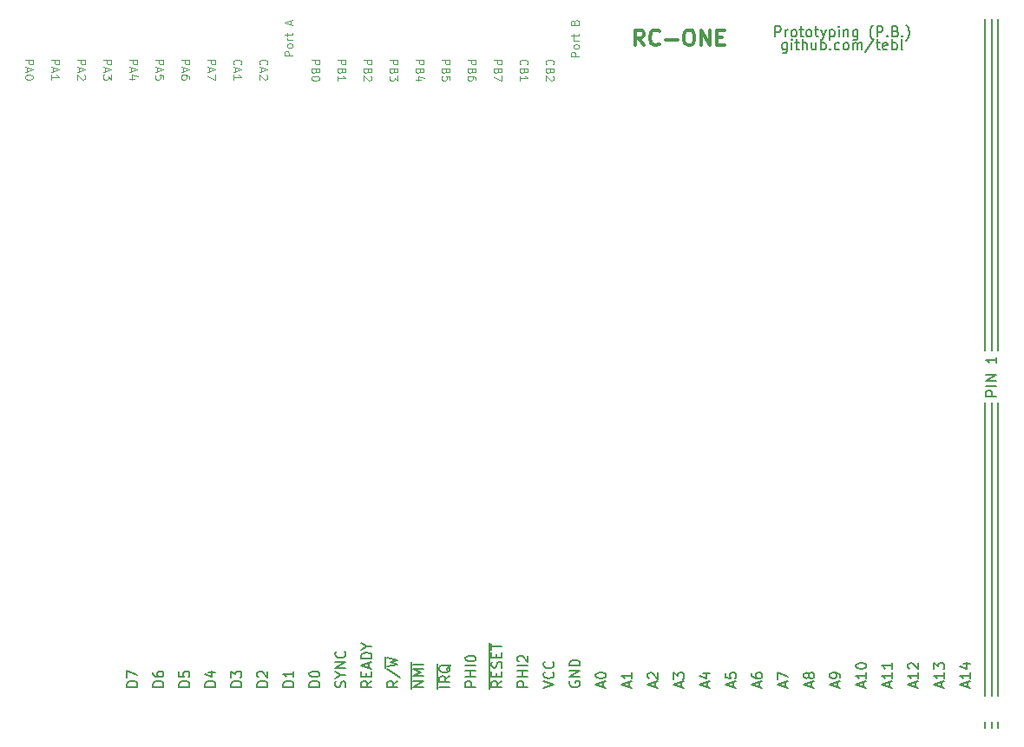
<source format=gto>
G04 #@! TF.FileFunction,Legend,Top*
%FSLAX46Y46*%
G04 Gerber Fmt 4.6, Leading zero omitted, Abs format (unit mm)*
G04 Created by KiCad (PCBNEW 4.0.7) date 12/23/19 18:48:18*
%MOMM*%
%LPD*%
G01*
G04 APERTURE LIST*
%ADD10C,0.100000*%
%ADD11C,0.150000*%
%ADD12C,0.200000*%
%ADD13C,0.300000*%
G04 APERTURE END LIST*
D10*
D11*
X195746667Y-143319524D02*
X195746667Y-142843333D01*
X196032381Y-143414762D02*
X195032381Y-143081429D01*
X196032381Y-142748095D01*
X196032381Y-141890952D02*
X196032381Y-142462381D01*
X196032381Y-142176667D02*
X195032381Y-142176667D01*
X195175238Y-142271905D01*
X195270476Y-142367143D01*
X195318095Y-142462381D01*
X195365714Y-141033809D02*
X196032381Y-141033809D01*
X194984762Y-141271905D02*
X195699048Y-141510000D01*
X195699048Y-140890952D01*
D12*
X198755000Y-110490000D02*
X198755000Y-80010000D01*
X198120000Y-80010000D02*
X198120000Y-110490000D01*
X197485000Y-110490000D02*
X197485000Y-80010000D01*
X198755000Y-146685000D02*
X198755000Y-147320000D01*
X198120000Y-146685000D02*
X198120000Y-147320000D01*
X197485000Y-146685000D02*
X197485000Y-147320000D01*
X198755000Y-115570000D02*
X198755000Y-144145000D01*
X198120000Y-144145000D02*
X198120000Y-115570000D01*
X197485000Y-115570000D02*
X197485000Y-144145000D01*
X198755000Y-80010000D02*
X198755000Y-78105000D01*
X198120000Y-80010000D02*
X198120000Y-78105000D01*
X197485000Y-80010000D02*
X197485000Y-78105000D01*
D10*
X126714286Y-82562619D02*
X126676190Y-82524524D01*
X126638095Y-82410238D01*
X126638095Y-82334048D01*
X126676190Y-82219762D01*
X126752381Y-82143571D01*
X126828571Y-82105476D01*
X126980952Y-82067381D01*
X127095238Y-82067381D01*
X127247619Y-82105476D01*
X127323810Y-82143571D01*
X127400000Y-82219762D01*
X127438095Y-82334048D01*
X127438095Y-82410238D01*
X127400000Y-82524524D01*
X127361905Y-82562619D01*
X126866667Y-82867381D02*
X126866667Y-83248333D01*
X126638095Y-82791190D02*
X127438095Y-83057857D01*
X126638095Y-83324524D01*
X127361905Y-83553095D02*
X127400000Y-83591190D01*
X127438095Y-83667381D01*
X127438095Y-83857857D01*
X127400000Y-83934047D01*
X127361905Y-83972143D01*
X127285714Y-84010238D01*
X127209524Y-84010238D01*
X127095238Y-83972143D01*
X126638095Y-83515000D01*
X126638095Y-84010238D01*
X124174286Y-82562619D02*
X124136190Y-82524524D01*
X124098095Y-82410238D01*
X124098095Y-82334048D01*
X124136190Y-82219762D01*
X124212381Y-82143571D01*
X124288571Y-82105476D01*
X124440952Y-82067381D01*
X124555238Y-82067381D01*
X124707619Y-82105476D01*
X124783810Y-82143571D01*
X124860000Y-82219762D01*
X124898095Y-82334048D01*
X124898095Y-82410238D01*
X124860000Y-82524524D01*
X124821905Y-82562619D01*
X124326667Y-82867381D02*
X124326667Y-83248333D01*
X124098095Y-82791190D02*
X124898095Y-83057857D01*
X124098095Y-83324524D01*
X124098095Y-84010238D02*
X124098095Y-83553095D01*
X124098095Y-83781666D02*
X124898095Y-83781666D01*
X124783810Y-83705476D01*
X124707619Y-83629285D01*
X124669524Y-83553095D01*
X121558095Y-82105476D02*
X122358095Y-82105476D01*
X122358095Y-82410238D01*
X122320000Y-82486429D01*
X122281905Y-82524524D01*
X122205714Y-82562619D01*
X122091429Y-82562619D01*
X122015238Y-82524524D01*
X121977143Y-82486429D01*
X121939048Y-82410238D01*
X121939048Y-82105476D01*
X121786667Y-82867381D02*
X121786667Y-83248333D01*
X121558095Y-82791190D02*
X122358095Y-83057857D01*
X121558095Y-83324524D01*
X122358095Y-83515000D02*
X122358095Y-84048333D01*
X121558095Y-83705476D01*
X119018095Y-82105476D02*
X119818095Y-82105476D01*
X119818095Y-82410238D01*
X119780000Y-82486429D01*
X119741905Y-82524524D01*
X119665714Y-82562619D01*
X119551429Y-82562619D01*
X119475238Y-82524524D01*
X119437143Y-82486429D01*
X119399048Y-82410238D01*
X119399048Y-82105476D01*
X119246667Y-82867381D02*
X119246667Y-83248333D01*
X119018095Y-82791190D02*
X119818095Y-83057857D01*
X119018095Y-83324524D01*
X119818095Y-83934047D02*
X119818095Y-83781666D01*
X119780000Y-83705476D01*
X119741905Y-83667381D01*
X119627619Y-83591190D01*
X119475238Y-83553095D01*
X119170476Y-83553095D01*
X119094286Y-83591190D01*
X119056190Y-83629285D01*
X119018095Y-83705476D01*
X119018095Y-83857857D01*
X119056190Y-83934047D01*
X119094286Y-83972143D01*
X119170476Y-84010238D01*
X119360952Y-84010238D01*
X119437143Y-83972143D01*
X119475238Y-83934047D01*
X119513333Y-83857857D01*
X119513333Y-83705476D01*
X119475238Y-83629285D01*
X119437143Y-83591190D01*
X119360952Y-83553095D01*
X116478095Y-82105476D02*
X117278095Y-82105476D01*
X117278095Y-82410238D01*
X117240000Y-82486429D01*
X117201905Y-82524524D01*
X117125714Y-82562619D01*
X117011429Y-82562619D01*
X116935238Y-82524524D01*
X116897143Y-82486429D01*
X116859048Y-82410238D01*
X116859048Y-82105476D01*
X116706667Y-82867381D02*
X116706667Y-83248333D01*
X116478095Y-82791190D02*
X117278095Y-83057857D01*
X116478095Y-83324524D01*
X117278095Y-83972143D02*
X117278095Y-83591190D01*
X116897143Y-83553095D01*
X116935238Y-83591190D01*
X116973333Y-83667381D01*
X116973333Y-83857857D01*
X116935238Y-83934047D01*
X116897143Y-83972143D01*
X116820952Y-84010238D01*
X116630476Y-84010238D01*
X116554286Y-83972143D01*
X116516190Y-83934047D01*
X116478095Y-83857857D01*
X116478095Y-83667381D01*
X116516190Y-83591190D01*
X116554286Y-83553095D01*
X113938095Y-82105476D02*
X114738095Y-82105476D01*
X114738095Y-82410238D01*
X114700000Y-82486429D01*
X114661905Y-82524524D01*
X114585714Y-82562619D01*
X114471429Y-82562619D01*
X114395238Y-82524524D01*
X114357143Y-82486429D01*
X114319048Y-82410238D01*
X114319048Y-82105476D01*
X114166667Y-82867381D02*
X114166667Y-83248333D01*
X113938095Y-82791190D02*
X114738095Y-83057857D01*
X113938095Y-83324524D01*
X114471429Y-83934047D02*
X113938095Y-83934047D01*
X114776190Y-83743571D02*
X114204762Y-83553095D01*
X114204762Y-84048333D01*
X111398095Y-82105476D02*
X112198095Y-82105476D01*
X112198095Y-82410238D01*
X112160000Y-82486429D01*
X112121905Y-82524524D01*
X112045714Y-82562619D01*
X111931429Y-82562619D01*
X111855238Y-82524524D01*
X111817143Y-82486429D01*
X111779048Y-82410238D01*
X111779048Y-82105476D01*
X111626667Y-82867381D02*
X111626667Y-83248333D01*
X111398095Y-82791190D02*
X112198095Y-83057857D01*
X111398095Y-83324524D01*
X112198095Y-83515000D02*
X112198095Y-84010238D01*
X111893333Y-83743571D01*
X111893333Y-83857857D01*
X111855238Y-83934047D01*
X111817143Y-83972143D01*
X111740952Y-84010238D01*
X111550476Y-84010238D01*
X111474286Y-83972143D01*
X111436190Y-83934047D01*
X111398095Y-83857857D01*
X111398095Y-83629285D01*
X111436190Y-83553095D01*
X111474286Y-83515000D01*
X108858095Y-82105476D02*
X109658095Y-82105476D01*
X109658095Y-82410238D01*
X109620000Y-82486429D01*
X109581905Y-82524524D01*
X109505714Y-82562619D01*
X109391429Y-82562619D01*
X109315238Y-82524524D01*
X109277143Y-82486429D01*
X109239048Y-82410238D01*
X109239048Y-82105476D01*
X109086667Y-82867381D02*
X109086667Y-83248333D01*
X108858095Y-82791190D02*
X109658095Y-83057857D01*
X108858095Y-83324524D01*
X109581905Y-83553095D02*
X109620000Y-83591190D01*
X109658095Y-83667381D01*
X109658095Y-83857857D01*
X109620000Y-83934047D01*
X109581905Y-83972143D01*
X109505714Y-84010238D01*
X109429524Y-84010238D01*
X109315238Y-83972143D01*
X108858095Y-83515000D01*
X108858095Y-84010238D01*
X106318095Y-82105476D02*
X107118095Y-82105476D01*
X107118095Y-82410238D01*
X107080000Y-82486429D01*
X107041905Y-82524524D01*
X106965714Y-82562619D01*
X106851429Y-82562619D01*
X106775238Y-82524524D01*
X106737143Y-82486429D01*
X106699048Y-82410238D01*
X106699048Y-82105476D01*
X106546667Y-82867381D02*
X106546667Y-83248333D01*
X106318095Y-82791190D02*
X107118095Y-83057857D01*
X106318095Y-83324524D01*
X106318095Y-84010238D02*
X106318095Y-83553095D01*
X106318095Y-83781666D02*
X107118095Y-83781666D01*
X107003810Y-83705476D01*
X106927619Y-83629285D01*
X106889524Y-83553095D01*
X103778095Y-82105476D02*
X104578095Y-82105476D01*
X104578095Y-82410238D01*
X104540000Y-82486429D01*
X104501905Y-82524524D01*
X104425714Y-82562619D01*
X104311429Y-82562619D01*
X104235238Y-82524524D01*
X104197143Y-82486429D01*
X104159048Y-82410238D01*
X104159048Y-82105476D01*
X104006667Y-82867381D02*
X104006667Y-83248333D01*
X103778095Y-82791190D02*
X104578095Y-83057857D01*
X103778095Y-83324524D01*
X104578095Y-83743571D02*
X104578095Y-83819762D01*
X104540000Y-83895952D01*
X104501905Y-83934047D01*
X104425714Y-83972143D01*
X104273333Y-84010238D01*
X104082857Y-84010238D01*
X103930476Y-83972143D01*
X103854286Y-83934047D01*
X103816190Y-83895952D01*
X103778095Y-83819762D01*
X103778095Y-83743571D01*
X103816190Y-83667381D01*
X103854286Y-83629285D01*
X103930476Y-83591190D01*
X104082857Y-83553095D01*
X104273333Y-83553095D01*
X104425714Y-83591190D01*
X104501905Y-83629285D01*
X104540000Y-83667381D01*
X104578095Y-83743571D01*
X154654286Y-82562619D02*
X154616190Y-82524524D01*
X154578095Y-82410238D01*
X154578095Y-82334048D01*
X154616190Y-82219762D01*
X154692381Y-82143571D01*
X154768571Y-82105476D01*
X154920952Y-82067381D01*
X155035238Y-82067381D01*
X155187619Y-82105476D01*
X155263810Y-82143571D01*
X155340000Y-82219762D01*
X155378095Y-82334048D01*
X155378095Y-82410238D01*
X155340000Y-82524524D01*
X155301905Y-82562619D01*
X154997143Y-83172143D02*
X154959048Y-83286429D01*
X154920952Y-83324524D01*
X154844762Y-83362619D01*
X154730476Y-83362619D01*
X154654286Y-83324524D01*
X154616190Y-83286429D01*
X154578095Y-83210238D01*
X154578095Y-82905476D01*
X155378095Y-82905476D01*
X155378095Y-83172143D01*
X155340000Y-83248333D01*
X155301905Y-83286429D01*
X155225714Y-83324524D01*
X155149524Y-83324524D01*
X155073333Y-83286429D01*
X155035238Y-83248333D01*
X154997143Y-83172143D01*
X154997143Y-82905476D01*
X155301905Y-83667381D02*
X155340000Y-83705476D01*
X155378095Y-83781667D01*
X155378095Y-83972143D01*
X155340000Y-84048333D01*
X155301905Y-84086429D01*
X155225714Y-84124524D01*
X155149524Y-84124524D01*
X155035238Y-84086429D01*
X154578095Y-83629286D01*
X154578095Y-84124524D01*
X152114286Y-82562619D02*
X152076190Y-82524524D01*
X152038095Y-82410238D01*
X152038095Y-82334048D01*
X152076190Y-82219762D01*
X152152381Y-82143571D01*
X152228571Y-82105476D01*
X152380952Y-82067381D01*
X152495238Y-82067381D01*
X152647619Y-82105476D01*
X152723810Y-82143571D01*
X152800000Y-82219762D01*
X152838095Y-82334048D01*
X152838095Y-82410238D01*
X152800000Y-82524524D01*
X152761905Y-82562619D01*
X152457143Y-83172143D02*
X152419048Y-83286429D01*
X152380952Y-83324524D01*
X152304762Y-83362619D01*
X152190476Y-83362619D01*
X152114286Y-83324524D01*
X152076190Y-83286429D01*
X152038095Y-83210238D01*
X152038095Y-82905476D01*
X152838095Y-82905476D01*
X152838095Y-83172143D01*
X152800000Y-83248333D01*
X152761905Y-83286429D01*
X152685714Y-83324524D01*
X152609524Y-83324524D01*
X152533333Y-83286429D01*
X152495238Y-83248333D01*
X152457143Y-83172143D01*
X152457143Y-82905476D01*
X152038095Y-84124524D02*
X152038095Y-83667381D01*
X152038095Y-83895952D02*
X152838095Y-83895952D01*
X152723810Y-83819762D01*
X152647619Y-83743571D01*
X152609524Y-83667381D01*
X149498095Y-82105476D02*
X150298095Y-82105476D01*
X150298095Y-82410238D01*
X150260000Y-82486429D01*
X150221905Y-82524524D01*
X150145714Y-82562619D01*
X150031429Y-82562619D01*
X149955238Y-82524524D01*
X149917143Y-82486429D01*
X149879048Y-82410238D01*
X149879048Y-82105476D01*
X149917143Y-83172143D02*
X149879048Y-83286429D01*
X149840952Y-83324524D01*
X149764762Y-83362619D01*
X149650476Y-83362619D01*
X149574286Y-83324524D01*
X149536190Y-83286429D01*
X149498095Y-83210238D01*
X149498095Y-82905476D01*
X150298095Y-82905476D01*
X150298095Y-83172143D01*
X150260000Y-83248333D01*
X150221905Y-83286429D01*
X150145714Y-83324524D01*
X150069524Y-83324524D01*
X149993333Y-83286429D01*
X149955238Y-83248333D01*
X149917143Y-83172143D01*
X149917143Y-82905476D01*
X150298095Y-83629286D02*
X150298095Y-84162619D01*
X149498095Y-83819762D01*
X146958095Y-82105476D02*
X147758095Y-82105476D01*
X147758095Y-82410238D01*
X147720000Y-82486429D01*
X147681905Y-82524524D01*
X147605714Y-82562619D01*
X147491429Y-82562619D01*
X147415238Y-82524524D01*
X147377143Y-82486429D01*
X147339048Y-82410238D01*
X147339048Y-82105476D01*
X147377143Y-83172143D02*
X147339048Y-83286429D01*
X147300952Y-83324524D01*
X147224762Y-83362619D01*
X147110476Y-83362619D01*
X147034286Y-83324524D01*
X146996190Y-83286429D01*
X146958095Y-83210238D01*
X146958095Y-82905476D01*
X147758095Y-82905476D01*
X147758095Y-83172143D01*
X147720000Y-83248333D01*
X147681905Y-83286429D01*
X147605714Y-83324524D01*
X147529524Y-83324524D01*
X147453333Y-83286429D01*
X147415238Y-83248333D01*
X147377143Y-83172143D01*
X147377143Y-82905476D01*
X147758095Y-84048333D02*
X147758095Y-83895952D01*
X147720000Y-83819762D01*
X147681905Y-83781667D01*
X147567619Y-83705476D01*
X147415238Y-83667381D01*
X147110476Y-83667381D01*
X147034286Y-83705476D01*
X146996190Y-83743571D01*
X146958095Y-83819762D01*
X146958095Y-83972143D01*
X146996190Y-84048333D01*
X147034286Y-84086429D01*
X147110476Y-84124524D01*
X147300952Y-84124524D01*
X147377143Y-84086429D01*
X147415238Y-84048333D01*
X147453333Y-83972143D01*
X147453333Y-83819762D01*
X147415238Y-83743571D01*
X147377143Y-83705476D01*
X147300952Y-83667381D01*
X144418095Y-82105476D02*
X145218095Y-82105476D01*
X145218095Y-82410238D01*
X145180000Y-82486429D01*
X145141905Y-82524524D01*
X145065714Y-82562619D01*
X144951429Y-82562619D01*
X144875238Y-82524524D01*
X144837143Y-82486429D01*
X144799048Y-82410238D01*
X144799048Y-82105476D01*
X144837143Y-83172143D02*
X144799048Y-83286429D01*
X144760952Y-83324524D01*
X144684762Y-83362619D01*
X144570476Y-83362619D01*
X144494286Y-83324524D01*
X144456190Y-83286429D01*
X144418095Y-83210238D01*
X144418095Y-82905476D01*
X145218095Y-82905476D01*
X145218095Y-83172143D01*
X145180000Y-83248333D01*
X145141905Y-83286429D01*
X145065714Y-83324524D01*
X144989524Y-83324524D01*
X144913333Y-83286429D01*
X144875238Y-83248333D01*
X144837143Y-83172143D01*
X144837143Y-82905476D01*
X145218095Y-84086429D02*
X145218095Y-83705476D01*
X144837143Y-83667381D01*
X144875238Y-83705476D01*
X144913333Y-83781667D01*
X144913333Y-83972143D01*
X144875238Y-84048333D01*
X144837143Y-84086429D01*
X144760952Y-84124524D01*
X144570476Y-84124524D01*
X144494286Y-84086429D01*
X144456190Y-84048333D01*
X144418095Y-83972143D01*
X144418095Y-83781667D01*
X144456190Y-83705476D01*
X144494286Y-83667381D01*
X141878095Y-82105476D02*
X142678095Y-82105476D01*
X142678095Y-82410238D01*
X142640000Y-82486429D01*
X142601905Y-82524524D01*
X142525714Y-82562619D01*
X142411429Y-82562619D01*
X142335238Y-82524524D01*
X142297143Y-82486429D01*
X142259048Y-82410238D01*
X142259048Y-82105476D01*
X142297143Y-83172143D02*
X142259048Y-83286429D01*
X142220952Y-83324524D01*
X142144762Y-83362619D01*
X142030476Y-83362619D01*
X141954286Y-83324524D01*
X141916190Y-83286429D01*
X141878095Y-83210238D01*
X141878095Y-82905476D01*
X142678095Y-82905476D01*
X142678095Y-83172143D01*
X142640000Y-83248333D01*
X142601905Y-83286429D01*
X142525714Y-83324524D01*
X142449524Y-83324524D01*
X142373333Y-83286429D01*
X142335238Y-83248333D01*
X142297143Y-83172143D01*
X142297143Y-82905476D01*
X142411429Y-84048333D02*
X141878095Y-84048333D01*
X142716190Y-83857857D02*
X142144762Y-83667381D01*
X142144762Y-84162619D01*
X139338095Y-82105476D02*
X140138095Y-82105476D01*
X140138095Y-82410238D01*
X140100000Y-82486429D01*
X140061905Y-82524524D01*
X139985714Y-82562619D01*
X139871429Y-82562619D01*
X139795238Y-82524524D01*
X139757143Y-82486429D01*
X139719048Y-82410238D01*
X139719048Y-82105476D01*
X139757143Y-83172143D02*
X139719048Y-83286429D01*
X139680952Y-83324524D01*
X139604762Y-83362619D01*
X139490476Y-83362619D01*
X139414286Y-83324524D01*
X139376190Y-83286429D01*
X139338095Y-83210238D01*
X139338095Y-82905476D01*
X140138095Y-82905476D01*
X140138095Y-83172143D01*
X140100000Y-83248333D01*
X140061905Y-83286429D01*
X139985714Y-83324524D01*
X139909524Y-83324524D01*
X139833333Y-83286429D01*
X139795238Y-83248333D01*
X139757143Y-83172143D01*
X139757143Y-82905476D01*
X140138095Y-83629286D02*
X140138095Y-84124524D01*
X139833333Y-83857857D01*
X139833333Y-83972143D01*
X139795238Y-84048333D01*
X139757143Y-84086429D01*
X139680952Y-84124524D01*
X139490476Y-84124524D01*
X139414286Y-84086429D01*
X139376190Y-84048333D01*
X139338095Y-83972143D01*
X139338095Y-83743571D01*
X139376190Y-83667381D01*
X139414286Y-83629286D01*
X136798095Y-82105476D02*
X137598095Y-82105476D01*
X137598095Y-82410238D01*
X137560000Y-82486429D01*
X137521905Y-82524524D01*
X137445714Y-82562619D01*
X137331429Y-82562619D01*
X137255238Y-82524524D01*
X137217143Y-82486429D01*
X137179048Y-82410238D01*
X137179048Y-82105476D01*
X137217143Y-83172143D02*
X137179048Y-83286429D01*
X137140952Y-83324524D01*
X137064762Y-83362619D01*
X136950476Y-83362619D01*
X136874286Y-83324524D01*
X136836190Y-83286429D01*
X136798095Y-83210238D01*
X136798095Y-82905476D01*
X137598095Y-82905476D01*
X137598095Y-83172143D01*
X137560000Y-83248333D01*
X137521905Y-83286429D01*
X137445714Y-83324524D01*
X137369524Y-83324524D01*
X137293333Y-83286429D01*
X137255238Y-83248333D01*
X137217143Y-83172143D01*
X137217143Y-82905476D01*
X137521905Y-83667381D02*
X137560000Y-83705476D01*
X137598095Y-83781667D01*
X137598095Y-83972143D01*
X137560000Y-84048333D01*
X137521905Y-84086429D01*
X137445714Y-84124524D01*
X137369524Y-84124524D01*
X137255238Y-84086429D01*
X136798095Y-83629286D01*
X136798095Y-84124524D01*
X134258095Y-82105476D02*
X135058095Y-82105476D01*
X135058095Y-82410238D01*
X135020000Y-82486429D01*
X134981905Y-82524524D01*
X134905714Y-82562619D01*
X134791429Y-82562619D01*
X134715238Y-82524524D01*
X134677143Y-82486429D01*
X134639048Y-82410238D01*
X134639048Y-82105476D01*
X134677143Y-83172143D02*
X134639048Y-83286429D01*
X134600952Y-83324524D01*
X134524762Y-83362619D01*
X134410476Y-83362619D01*
X134334286Y-83324524D01*
X134296190Y-83286429D01*
X134258095Y-83210238D01*
X134258095Y-82905476D01*
X135058095Y-82905476D01*
X135058095Y-83172143D01*
X135020000Y-83248333D01*
X134981905Y-83286429D01*
X134905714Y-83324524D01*
X134829524Y-83324524D01*
X134753333Y-83286429D01*
X134715238Y-83248333D01*
X134677143Y-83172143D01*
X134677143Y-82905476D01*
X134258095Y-84124524D02*
X134258095Y-83667381D01*
X134258095Y-83895952D02*
X135058095Y-83895952D01*
X134943810Y-83819762D01*
X134867619Y-83743571D01*
X134829524Y-83667381D01*
X131718095Y-82105476D02*
X132518095Y-82105476D01*
X132518095Y-82410238D01*
X132480000Y-82486429D01*
X132441905Y-82524524D01*
X132365714Y-82562619D01*
X132251429Y-82562619D01*
X132175238Y-82524524D01*
X132137143Y-82486429D01*
X132099048Y-82410238D01*
X132099048Y-82105476D01*
X132137143Y-83172143D02*
X132099048Y-83286429D01*
X132060952Y-83324524D01*
X131984762Y-83362619D01*
X131870476Y-83362619D01*
X131794286Y-83324524D01*
X131756190Y-83286429D01*
X131718095Y-83210238D01*
X131718095Y-82905476D01*
X132518095Y-82905476D01*
X132518095Y-83172143D01*
X132480000Y-83248333D01*
X132441905Y-83286429D01*
X132365714Y-83324524D01*
X132289524Y-83324524D01*
X132213333Y-83286429D01*
X132175238Y-83248333D01*
X132137143Y-83172143D01*
X132137143Y-82905476D01*
X132518095Y-83857857D02*
X132518095Y-83934048D01*
X132480000Y-84010238D01*
X132441905Y-84048333D01*
X132365714Y-84086429D01*
X132213333Y-84124524D01*
X132022857Y-84124524D01*
X131870476Y-84086429D01*
X131794286Y-84048333D01*
X131756190Y-84010238D01*
X131718095Y-83934048D01*
X131718095Y-83857857D01*
X131756190Y-83781667D01*
X131794286Y-83743571D01*
X131870476Y-83705476D01*
X132022857Y-83667381D01*
X132213333Y-83667381D01*
X132365714Y-83705476D01*
X132441905Y-83743571D01*
X132480000Y-83781667D01*
X132518095Y-83857857D01*
D11*
X147772381Y-143271905D02*
X146772381Y-143271905D01*
X146772381Y-142890952D01*
X146820000Y-142795714D01*
X146867619Y-142748095D01*
X146962857Y-142700476D01*
X147105714Y-142700476D01*
X147200952Y-142748095D01*
X147248571Y-142795714D01*
X147296190Y-142890952D01*
X147296190Y-143271905D01*
X147772381Y-142271905D02*
X146772381Y-142271905D01*
X147248571Y-142271905D02*
X147248571Y-141700476D01*
X147772381Y-141700476D02*
X146772381Y-141700476D01*
X147772381Y-141224286D02*
X146772381Y-141224286D01*
X146772381Y-140557620D02*
X146772381Y-140462381D01*
X146820000Y-140367143D01*
X146867619Y-140319524D01*
X146962857Y-140271905D01*
X147153333Y-140224286D01*
X147391429Y-140224286D01*
X147581905Y-140271905D01*
X147677143Y-140319524D01*
X147724762Y-140367143D01*
X147772381Y-140462381D01*
X147772381Y-140557620D01*
X147724762Y-140652858D01*
X147677143Y-140700477D01*
X147581905Y-140748096D01*
X147391429Y-140795715D01*
X147153333Y-140795715D01*
X146962857Y-140748096D01*
X146867619Y-140700477D01*
X146820000Y-140652858D01*
X146772381Y-140557620D01*
X193206667Y-143319524D02*
X193206667Y-142843333D01*
X193492381Y-143414762D02*
X192492381Y-143081429D01*
X193492381Y-142748095D01*
X193492381Y-141890952D02*
X193492381Y-142462381D01*
X193492381Y-142176667D02*
X192492381Y-142176667D01*
X192635238Y-142271905D01*
X192730476Y-142367143D01*
X192778095Y-142462381D01*
X192492381Y-141557619D02*
X192492381Y-140938571D01*
X192873333Y-141271905D01*
X192873333Y-141129047D01*
X192920952Y-141033809D01*
X192968571Y-140986190D01*
X193063810Y-140938571D01*
X193301905Y-140938571D01*
X193397143Y-140986190D01*
X193444762Y-141033809D01*
X193492381Y-141129047D01*
X193492381Y-141414762D01*
X193444762Y-141510000D01*
X193397143Y-141557619D01*
X190666667Y-143319524D02*
X190666667Y-142843333D01*
X190952381Y-143414762D02*
X189952381Y-143081429D01*
X190952381Y-142748095D01*
X190952381Y-141890952D02*
X190952381Y-142462381D01*
X190952381Y-142176667D02*
X189952381Y-142176667D01*
X190095238Y-142271905D01*
X190190476Y-142367143D01*
X190238095Y-142462381D01*
X190047619Y-141510000D02*
X190000000Y-141462381D01*
X189952381Y-141367143D01*
X189952381Y-141129047D01*
X190000000Y-141033809D01*
X190047619Y-140986190D01*
X190142857Y-140938571D01*
X190238095Y-140938571D01*
X190380952Y-140986190D01*
X190952381Y-141557619D01*
X190952381Y-140938571D01*
X188126667Y-143319524D02*
X188126667Y-142843333D01*
X188412381Y-143414762D02*
X187412381Y-143081429D01*
X188412381Y-142748095D01*
X188412381Y-141890952D02*
X188412381Y-142462381D01*
X188412381Y-142176667D02*
X187412381Y-142176667D01*
X187555238Y-142271905D01*
X187650476Y-142367143D01*
X187698095Y-142462381D01*
X188412381Y-140938571D02*
X188412381Y-141510000D01*
X188412381Y-141224286D02*
X187412381Y-141224286D01*
X187555238Y-141319524D01*
X187650476Y-141414762D01*
X187698095Y-141510000D01*
X185586667Y-143319524D02*
X185586667Y-142843333D01*
X185872381Y-143414762D02*
X184872381Y-143081429D01*
X185872381Y-142748095D01*
X185872381Y-141890952D02*
X185872381Y-142462381D01*
X185872381Y-142176667D02*
X184872381Y-142176667D01*
X185015238Y-142271905D01*
X185110476Y-142367143D01*
X185158095Y-142462381D01*
X184872381Y-141271905D02*
X184872381Y-141176666D01*
X184920000Y-141081428D01*
X184967619Y-141033809D01*
X185062857Y-140986190D01*
X185253333Y-140938571D01*
X185491429Y-140938571D01*
X185681905Y-140986190D01*
X185777143Y-141033809D01*
X185824762Y-141081428D01*
X185872381Y-141176666D01*
X185872381Y-141271905D01*
X185824762Y-141367143D01*
X185777143Y-141414762D01*
X185681905Y-141462381D01*
X185491429Y-141510000D01*
X185253333Y-141510000D01*
X185062857Y-141462381D01*
X184967619Y-141414762D01*
X184920000Y-141367143D01*
X184872381Y-141271905D01*
X183046667Y-143319524D02*
X183046667Y-142843333D01*
X183332381Y-143414762D02*
X182332381Y-143081429D01*
X183332381Y-142748095D01*
X183332381Y-142367143D02*
X183332381Y-142176667D01*
X183284762Y-142081428D01*
X183237143Y-142033809D01*
X183094286Y-141938571D01*
X182903810Y-141890952D01*
X182522857Y-141890952D01*
X182427619Y-141938571D01*
X182380000Y-141986190D01*
X182332381Y-142081428D01*
X182332381Y-142271905D01*
X182380000Y-142367143D01*
X182427619Y-142414762D01*
X182522857Y-142462381D01*
X182760952Y-142462381D01*
X182856190Y-142414762D01*
X182903810Y-142367143D01*
X182951429Y-142271905D01*
X182951429Y-142081428D01*
X182903810Y-141986190D01*
X182856190Y-141938571D01*
X182760952Y-141890952D01*
X180506667Y-143319524D02*
X180506667Y-142843333D01*
X180792381Y-143414762D02*
X179792381Y-143081429D01*
X180792381Y-142748095D01*
X180220952Y-142271905D02*
X180173333Y-142367143D01*
X180125714Y-142414762D01*
X180030476Y-142462381D01*
X179982857Y-142462381D01*
X179887619Y-142414762D01*
X179840000Y-142367143D01*
X179792381Y-142271905D01*
X179792381Y-142081428D01*
X179840000Y-141986190D01*
X179887619Y-141938571D01*
X179982857Y-141890952D01*
X180030476Y-141890952D01*
X180125714Y-141938571D01*
X180173333Y-141986190D01*
X180220952Y-142081428D01*
X180220952Y-142271905D01*
X180268571Y-142367143D01*
X180316190Y-142414762D01*
X180411429Y-142462381D01*
X180601905Y-142462381D01*
X180697143Y-142414762D01*
X180744762Y-142367143D01*
X180792381Y-142271905D01*
X180792381Y-142081428D01*
X180744762Y-141986190D01*
X180697143Y-141938571D01*
X180601905Y-141890952D01*
X180411429Y-141890952D01*
X180316190Y-141938571D01*
X180268571Y-141986190D01*
X180220952Y-142081428D01*
X177966667Y-143319524D02*
X177966667Y-142843333D01*
X178252381Y-143414762D02*
X177252381Y-143081429D01*
X178252381Y-142748095D01*
X177252381Y-142510000D02*
X177252381Y-141843333D01*
X178252381Y-142271905D01*
X175426667Y-143319524D02*
X175426667Y-142843333D01*
X175712381Y-143414762D02*
X174712381Y-143081429D01*
X175712381Y-142748095D01*
X174712381Y-141986190D02*
X174712381Y-142176667D01*
X174760000Y-142271905D01*
X174807619Y-142319524D01*
X174950476Y-142414762D01*
X175140952Y-142462381D01*
X175521905Y-142462381D01*
X175617143Y-142414762D01*
X175664762Y-142367143D01*
X175712381Y-142271905D01*
X175712381Y-142081428D01*
X175664762Y-141986190D01*
X175617143Y-141938571D01*
X175521905Y-141890952D01*
X175283810Y-141890952D01*
X175188571Y-141938571D01*
X175140952Y-141986190D01*
X175093333Y-142081428D01*
X175093333Y-142271905D01*
X175140952Y-142367143D01*
X175188571Y-142414762D01*
X175283810Y-142462381D01*
X172886667Y-143319524D02*
X172886667Y-142843333D01*
X173172381Y-143414762D02*
X172172381Y-143081429D01*
X173172381Y-142748095D01*
X172172381Y-141938571D02*
X172172381Y-142414762D01*
X172648571Y-142462381D01*
X172600952Y-142414762D01*
X172553333Y-142319524D01*
X172553333Y-142081428D01*
X172600952Y-141986190D01*
X172648571Y-141938571D01*
X172743810Y-141890952D01*
X172981905Y-141890952D01*
X173077143Y-141938571D01*
X173124762Y-141986190D01*
X173172381Y-142081428D01*
X173172381Y-142319524D01*
X173124762Y-142414762D01*
X173077143Y-142462381D01*
X170346667Y-143319524D02*
X170346667Y-142843333D01*
X170632381Y-143414762D02*
X169632381Y-143081429D01*
X170632381Y-142748095D01*
X169965714Y-141986190D02*
X170632381Y-141986190D01*
X169584762Y-142224286D02*
X170299048Y-142462381D01*
X170299048Y-141843333D01*
X167806667Y-143319524D02*
X167806667Y-142843333D01*
X168092381Y-143414762D02*
X167092381Y-143081429D01*
X168092381Y-142748095D01*
X167092381Y-142510000D02*
X167092381Y-141890952D01*
X167473333Y-142224286D01*
X167473333Y-142081428D01*
X167520952Y-141986190D01*
X167568571Y-141938571D01*
X167663810Y-141890952D01*
X167901905Y-141890952D01*
X167997143Y-141938571D01*
X168044762Y-141986190D01*
X168092381Y-142081428D01*
X168092381Y-142367143D01*
X168044762Y-142462381D01*
X167997143Y-142510000D01*
X165266667Y-143319524D02*
X165266667Y-142843333D01*
X165552381Y-143414762D02*
X164552381Y-143081429D01*
X165552381Y-142748095D01*
X164647619Y-142462381D02*
X164600000Y-142414762D01*
X164552381Y-142319524D01*
X164552381Y-142081428D01*
X164600000Y-141986190D01*
X164647619Y-141938571D01*
X164742857Y-141890952D01*
X164838095Y-141890952D01*
X164980952Y-141938571D01*
X165552381Y-142510000D01*
X165552381Y-141890952D01*
X162726667Y-143319524D02*
X162726667Y-142843333D01*
X163012381Y-143414762D02*
X162012381Y-143081429D01*
X163012381Y-142748095D01*
X163012381Y-141890952D02*
X163012381Y-142462381D01*
X163012381Y-142176667D02*
X162012381Y-142176667D01*
X162155238Y-142271905D01*
X162250476Y-142367143D01*
X162298095Y-142462381D01*
X160186667Y-143319524D02*
X160186667Y-142843333D01*
X160472381Y-143414762D02*
X159472381Y-143081429D01*
X160472381Y-142748095D01*
X159472381Y-142224286D02*
X159472381Y-142129047D01*
X159520000Y-142033809D01*
X159567619Y-141986190D01*
X159662857Y-141938571D01*
X159853333Y-141890952D01*
X160091429Y-141890952D01*
X160281905Y-141938571D01*
X160377143Y-141986190D01*
X160424762Y-142033809D01*
X160472381Y-142129047D01*
X160472381Y-142224286D01*
X160424762Y-142319524D01*
X160377143Y-142367143D01*
X160281905Y-142414762D01*
X160091429Y-142462381D01*
X159853333Y-142462381D01*
X159662857Y-142414762D01*
X159567619Y-142367143D01*
X159520000Y-142319524D01*
X159472381Y-142224286D01*
X156980000Y-142748095D02*
X156932381Y-142843333D01*
X156932381Y-142986190D01*
X156980000Y-143129048D01*
X157075238Y-143224286D01*
X157170476Y-143271905D01*
X157360952Y-143319524D01*
X157503810Y-143319524D01*
X157694286Y-143271905D01*
X157789524Y-143224286D01*
X157884762Y-143129048D01*
X157932381Y-142986190D01*
X157932381Y-142890952D01*
X157884762Y-142748095D01*
X157837143Y-142700476D01*
X157503810Y-142700476D01*
X157503810Y-142890952D01*
X157932381Y-142271905D02*
X156932381Y-142271905D01*
X157932381Y-141700476D01*
X156932381Y-141700476D01*
X157932381Y-141224286D02*
X156932381Y-141224286D01*
X156932381Y-140986191D01*
X156980000Y-140843333D01*
X157075238Y-140748095D01*
X157170476Y-140700476D01*
X157360952Y-140652857D01*
X157503810Y-140652857D01*
X157694286Y-140700476D01*
X157789524Y-140748095D01*
X157884762Y-140843333D01*
X157932381Y-140986191D01*
X157932381Y-141224286D01*
X154392381Y-143414762D02*
X155392381Y-143081429D01*
X154392381Y-142748095D01*
X155297143Y-141843333D02*
X155344762Y-141890952D01*
X155392381Y-142033809D01*
X155392381Y-142129047D01*
X155344762Y-142271905D01*
X155249524Y-142367143D01*
X155154286Y-142414762D01*
X154963810Y-142462381D01*
X154820952Y-142462381D01*
X154630476Y-142414762D01*
X154535238Y-142367143D01*
X154440000Y-142271905D01*
X154392381Y-142129047D01*
X154392381Y-142033809D01*
X154440000Y-141890952D01*
X154487619Y-141843333D01*
X155297143Y-140843333D02*
X155344762Y-140890952D01*
X155392381Y-141033809D01*
X155392381Y-141129047D01*
X155344762Y-141271905D01*
X155249524Y-141367143D01*
X155154286Y-141414762D01*
X154963810Y-141462381D01*
X154820952Y-141462381D01*
X154630476Y-141414762D01*
X154535238Y-141367143D01*
X154440000Y-141271905D01*
X154392381Y-141129047D01*
X154392381Y-141033809D01*
X154440000Y-140890952D01*
X154487619Y-140843333D01*
X152852381Y-143271905D02*
X151852381Y-143271905D01*
X151852381Y-142890952D01*
X151900000Y-142795714D01*
X151947619Y-142748095D01*
X152042857Y-142700476D01*
X152185714Y-142700476D01*
X152280952Y-142748095D01*
X152328571Y-142795714D01*
X152376190Y-142890952D01*
X152376190Y-143271905D01*
X152852381Y-142271905D02*
X151852381Y-142271905D01*
X152328571Y-142271905D02*
X152328571Y-141700476D01*
X152852381Y-141700476D02*
X151852381Y-141700476D01*
X152852381Y-141224286D02*
X151852381Y-141224286D01*
X151947619Y-140795715D02*
X151900000Y-140748096D01*
X151852381Y-140652858D01*
X151852381Y-140414762D01*
X151900000Y-140319524D01*
X151947619Y-140271905D01*
X152042857Y-140224286D01*
X152138095Y-140224286D01*
X152280952Y-140271905D01*
X152852381Y-140843334D01*
X152852381Y-140224286D01*
X150312381Y-142700476D02*
X149836190Y-143033810D01*
X150312381Y-143271905D02*
X149312381Y-143271905D01*
X149312381Y-142890952D01*
X149360000Y-142795714D01*
X149407619Y-142748095D01*
X149502857Y-142700476D01*
X149645714Y-142700476D01*
X149740952Y-142748095D01*
X149788571Y-142795714D01*
X149836190Y-142890952D01*
X149836190Y-143271905D01*
X149788571Y-142271905D02*
X149788571Y-141938571D01*
X150312381Y-141795714D02*
X150312381Y-142271905D01*
X149312381Y-142271905D01*
X149312381Y-141795714D01*
X150264762Y-141414762D02*
X150312381Y-141271905D01*
X150312381Y-141033809D01*
X150264762Y-140938571D01*
X150217143Y-140890952D01*
X150121905Y-140843333D01*
X150026667Y-140843333D01*
X149931429Y-140890952D01*
X149883810Y-140938571D01*
X149836190Y-141033809D01*
X149788571Y-141224286D01*
X149740952Y-141319524D01*
X149693333Y-141367143D01*
X149598095Y-141414762D01*
X149502857Y-141414762D01*
X149407619Y-141367143D01*
X149360000Y-141319524D01*
X149312381Y-141224286D01*
X149312381Y-140986190D01*
X149360000Y-140843333D01*
X149788571Y-140414762D02*
X149788571Y-140081428D01*
X150312381Y-139938571D02*
X150312381Y-140414762D01*
X149312381Y-140414762D01*
X149312381Y-139938571D01*
X149312381Y-139652857D02*
X149312381Y-139081428D01*
X150312381Y-139367143D02*
X149312381Y-139367143D01*
X149140000Y-143510000D02*
X149140000Y-138986190D01*
X145232381Y-143271905D02*
X144232381Y-143271905D01*
X145232381Y-142224286D02*
X144756190Y-142557620D01*
X145232381Y-142795715D02*
X144232381Y-142795715D01*
X144232381Y-142414762D01*
X144280000Y-142319524D01*
X144327619Y-142271905D01*
X144422857Y-142224286D01*
X144565714Y-142224286D01*
X144660952Y-142271905D01*
X144708571Y-142319524D01*
X144756190Y-142414762D01*
X144756190Y-142795715D01*
X145327619Y-141129048D02*
X145280000Y-141224286D01*
X145184762Y-141319524D01*
X145041905Y-141462381D01*
X144994286Y-141557620D01*
X144994286Y-141652858D01*
X145232381Y-141605239D02*
X145184762Y-141700477D01*
X145089524Y-141795715D01*
X144899048Y-141843334D01*
X144565714Y-141843334D01*
X144375238Y-141795715D01*
X144280000Y-141700477D01*
X144232381Y-141605239D01*
X144232381Y-141414762D01*
X144280000Y-141319524D01*
X144375238Y-141224286D01*
X144565714Y-141176667D01*
X144899048Y-141176667D01*
X145089524Y-141224286D01*
X145184762Y-141319524D01*
X145232381Y-141414762D01*
X145232381Y-141605239D01*
X144060000Y-143510000D02*
X144060000Y-140986191D01*
X142692381Y-143271905D02*
X141692381Y-143271905D01*
X142692381Y-142700476D01*
X141692381Y-142700476D01*
X142692381Y-142224286D02*
X141692381Y-142224286D01*
X142406667Y-141890952D01*
X141692381Y-141557619D01*
X142692381Y-141557619D01*
X142692381Y-141081429D02*
X141692381Y-141081429D01*
X141520000Y-143510000D02*
X141520000Y-140843334D01*
X140152381Y-142700476D02*
X139676190Y-143033810D01*
X140152381Y-143271905D02*
X139152381Y-143271905D01*
X139152381Y-142890952D01*
X139200000Y-142795714D01*
X139247619Y-142748095D01*
X139342857Y-142700476D01*
X139485714Y-142700476D01*
X139580952Y-142748095D01*
X139628571Y-142795714D01*
X139676190Y-142890952D01*
X139676190Y-143271905D01*
X139104762Y-141557619D02*
X140390476Y-142414762D01*
X139152381Y-141319524D02*
X140152381Y-141081429D01*
X139438095Y-140890952D01*
X140152381Y-140700476D01*
X139152381Y-140462381D01*
X138980000Y-141462381D02*
X138980000Y-140319524D01*
X137612381Y-142700476D02*
X137136190Y-143033810D01*
X137612381Y-143271905D02*
X136612381Y-143271905D01*
X136612381Y-142890952D01*
X136660000Y-142795714D01*
X136707619Y-142748095D01*
X136802857Y-142700476D01*
X136945714Y-142700476D01*
X137040952Y-142748095D01*
X137088571Y-142795714D01*
X137136190Y-142890952D01*
X137136190Y-143271905D01*
X137088571Y-142271905D02*
X137088571Y-141938571D01*
X137612381Y-141795714D02*
X137612381Y-142271905D01*
X136612381Y-142271905D01*
X136612381Y-141795714D01*
X137326667Y-141414762D02*
X137326667Y-140938571D01*
X137612381Y-141510000D02*
X136612381Y-141176667D01*
X137612381Y-140843333D01*
X137612381Y-140510000D02*
X136612381Y-140510000D01*
X136612381Y-140271905D01*
X136660000Y-140129047D01*
X136755238Y-140033809D01*
X136850476Y-139986190D01*
X137040952Y-139938571D01*
X137183810Y-139938571D01*
X137374286Y-139986190D01*
X137469524Y-140033809D01*
X137564762Y-140129047D01*
X137612381Y-140271905D01*
X137612381Y-140510000D01*
X137136190Y-139319524D02*
X137612381Y-139319524D01*
X136612381Y-139652857D02*
X137136190Y-139319524D01*
X136612381Y-138986190D01*
X135024762Y-143319524D02*
X135072381Y-143176667D01*
X135072381Y-142938571D01*
X135024762Y-142843333D01*
X134977143Y-142795714D01*
X134881905Y-142748095D01*
X134786667Y-142748095D01*
X134691429Y-142795714D01*
X134643810Y-142843333D01*
X134596190Y-142938571D01*
X134548571Y-143129048D01*
X134500952Y-143224286D01*
X134453333Y-143271905D01*
X134358095Y-143319524D01*
X134262857Y-143319524D01*
X134167619Y-143271905D01*
X134120000Y-143224286D01*
X134072381Y-143129048D01*
X134072381Y-142890952D01*
X134120000Y-142748095D01*
X134596190Y-142129048D02*
X135072381Y-142129048D01*
X134072381Y-142462381D02*
X134596190Y-142129048D01*
X134072381Y-141795714D01*
X135072381Y-141462381D02*
X134072381Y-141462381D01*
X135072381Y-140890952D01*
X134072381Y-140890952D01*
X134977143Y-139843333D02*
X135024762Y-139890952D01*
X135072381Y-140033809D01*
X135072381Y-140129047D01*
X135024762Y-140271905D01*
X134929524Y-140367143D01*
X134834286Y-140414762D01*
X134643810Y-140462381D01*
X134500952Y-140462381D01*
X134310476Y-140414762D01*
X134215238Y-140367143D01*
X134120000Y-140271905D01*
X134072381Y-140129047D01*
X134072381Y-140033809D01*
X134120000Y-139890952D01*
X134167619Y-139843333D01*
X132532381Y-143271905D02*
X131532381Y-143271905D01*
X131532381Y-143033810D01*
X131580000Y-142890952D01*
X131675238Y-142795714D01*
X131770476Y-142748095D01*
X131960952Y-142700476D01*
X132103810Y-142700476D01*
X132294286Y-142748095D01*
X132389524Y-142795714D01*
X132484762Y-142890952D01*
X132532381Y-143033810D01*
X132532381Y-143271905D01*
X131532381Y-142081429D02*
X131532381Y-141986190D01*
X131580000Y-141890952D01*
X131627619Y-141843333D01*
X131722857Y-141795714D01*
X131913333Y-141748095D01*
X132151429Y-141748095D01*
X132341905Y-141795714D01*
X132437143Y-141843333D01*
X132484762Y-141890952D01*
X132532381Y-141986190D01*
X132532381Y-142081429D01*
X132484762Y-142176667D01*
X132437143Y-142224286D01*
X132341905Y-142271905D01*
X132151429Y-142319524D01*
X131913333Y-142319524D01*
X131722857Y-142271905D01*
X131627619Y-142224286D01*
X131580000Y-142176667D01*
X131532381Y-142081429D01*
X129992381Y-143271905D02*
X128992381Y-143271905D01*
X128992381Y-143033810D01*
X129040000Y-142890952D01*
X129135238Y-142795714D01*
X129230476Y-142748095D01*
X129420952Y-142700476D01*
X129563810Y-142700476D01*
X129754286Y-142748095D01*
X129849524Y-142795714D01*
X129944762Y-142890952D01*
X129992381Y-143033810D01*
X129992381Y-143271905D01*
X129992381Y-141748095D02*
X129992381Y-142319524D01*
X129992381Y-142033810D02*
X128992381Y-142033810D01*
X129135238Y-142129048D01*
X129230476Y-142224286D01*
X129278095Y-142319524D01*
X127452381Y-143271905D02*
X126452381Y-143271905D01*
X126452381Y-143033810D01*
X126500000Y-142890952D01*
X126595238Y-142795714D01*
X126690476Y-142748095D01*
X126880952Y-142700476D01*
X127023810Y-142700476D01*
X127214286Y-142748095D01*
X127309524Y-142795714D01*
X127404762Y-142890952D01*
X127452381Y-143033810D01*
X127452381Y-143271905D01*
X126547619Y-142319524D02*
X126500000Y-142271905D01*
X126452381Y-142176667D01*
X126452381Y-141938571D01*
X126500000Y-141843333D01*
X126547619Y-141795714D01*
X126642857Y-141748095D01*
X126738095Y-141748095D01*
X126880952Y-141795714D01*
X127452381Y-142367143D01*
X127452381Y-141748095D01*
X124912381Y-143271905D02*
X123912381Y-143271905D01*
X123912381Y-143033810D01*
X123960000Y-142890952D01*
X124055238Y-142795714D01*
X124150476Y-142748095D01*
X124340952Y-142700476D01*
X124483810Y-142700476D01*
X124674286Y-142748095D01*
X124769524Y-142795714D01*
X124864762Y-142890952D01*
X124912381Y-143033810D01*
X124912381Y-143271905D01*
X123912381Y-142367143D02*
X123912381Y-141748095D01*
X124293333Y-142081429D01*
X124293333Y-141938571D01*
X124340952Y-141843333D01*
X124388571Y-141795714D01*
X124483810Y-141748095D01*
X124721905Y-141748095D01*
X124817143Y-141795714D01*
X124864762Y-141843333D01*
X124912381Y-141938571D01*
X124912381Y-142224286D01*
X124864762Y-142319524D01*
X124817143Y-142367143D01*
X122372381Y-143271905D02*
X121372381Y-143271905D01*
X121372381Y-143033810D01*
X121420000Y-142890952D01*
X121515238Y-142795714D01*
X121610476Y-142748095D01*
X121800952Y-142700476D01*
X121943810Y-142700476D01*
X122134286Y-142748095D01*
X122229524Y-142795714D01*
X122324762Y-142890952D01*
X122372381Y-143033810D01*
X122372381Y-143271905D01*
X121705714Y-141843333D02*
X122372381Y-141843333D01*
X121324762Y-142081429D02*
X122039048Y-142319524D01*
X122039048Y-141700476D01*
X119832381Y-143271905D02*
X118832381Y-143271905D01*
X118832381Y-143033810D01*
X118880000Y-142890952D01*
X118975238Y-142795714D01*
X119070476Y-142748095D01*
X119260952Y-142700476D01*
X119403810Y-142700476D01*
X119594286Y-142748095D01*
X119689524Y-142795714D01*
X119784762Y-142890952D01*
X119832381Y-143033810D01*
X119832381Y-143271905D01*
X118832381Y-141795714D02*
X118832381Y-142271905D01*
X119308571Y-142319524D01*
X119260952Y-142271905D01*
X119213333Y-142176667D01*
X119213333Y-141938571D01*
X119260952Y-141843333D01*
X119308571Y-141795714D01*
X119403810Y-141748095D01*
X119641905Y-141748095D01*
X119737143Y-141795714D01*
X119784762Y-141843333D01*
X119832381Y-141938571D01*
X119832381Y-142176667D01*
X119784762Y-142271905D01*
X119737143Y-142319524D01*
X117292381Y-143271905D02*
X116292381Y-143271905D01*
X116292381Y-143033810D01*
X116340000Y-142890952D01*
X116435238Y-142795714D01*
X116530476Y-142748095D01*
X116720952Y-142700476D01*
X116863810Y-142700476D01*
X117054286Y-142748095D01*
X117149524Y-142795714D01*
X117244762Y-142890952D01*
X117292381Y-143033810D01*
X117292381Y-143271905D01*
X116292381Y-141843333D02*
X116292381Y-142033810D01*
X116340000Y-142129048D01*
X116387619Y-142176667D01*
X116530476Y-142271905D01*
X116720952Y-142319524D01*
X117101905Y-142319524D01*
X117197143Y-142271905D01*
X117244762Y-142224286D01*
X117292381Y-142129048D01*
X117292381Y-141938571D01*
X117244762Y-141843333D01*
X117197143Y-141795714D01*
X117101905Y-141748095D01*
X116863810Y-141748095D01*
X116768571Y-141795714D01*
X116720952Y-141843333D01*
X116673333Y-141938571D01*
X116673333Y-142129048D01*
X116720952Y-142224286D01*
X116768571Y-142271905D01*
X116863810Y-142319524D01*
X114752381Y-143271905D02*
X113752381Y-143271905D01*
X113752381Y-143033810D01*
X113800000Y-142890952D01*
X113895238Y-142795714D01*
X113990476Y-142748095D01*
X114180952Y-142700476D01*
X114323810Y-142700476D01*
X114514286Y-142748095D01*
X114609524Y-142795714D01*
X114704762Y-142890952D01*
X114752381Y-143033810D01*
X114752381Y-143271905D01*
X113752381Y-142367143D02*
X113752381Y-141700476D01*
X114752381Y-142129048D01*
X178110238Y-80430714D02*
X178110238Y-81240238D01*
X178062619Y-81335476D01*
X178015000Y-81383095D01*
X177919761Y-81430714D01*
X177776904Y-81430714D01*
X177681666Y-81383095D01*
X178110238Y-81049762D02*
X178015000Y-81097381D01*
X177824523Y-81097381D01*
X177729285Y-81049762D01*
X177681666Y-81002143D01*
X177634047Y-80906905D01*
X177634047Y-80621190D01*
X177681666Y-80525952D01*
X177729285Y-80478333D01*
X177824523Y-80430714D01*
X178015000Y-80430714D01*
X178110238Y-80478333D01*
X178586428Y-81097381D02*
X178586428Y-80430714D01*
X178586428Y-80097381D02*
X178538809Y-80145000D01*
X178586428Y-80192619D01*
X178634047Y-80145000D01*
X178586428Y-80097381D01*
X178586428Y-80192619D01*
X178919761Y-80430714D02*
X179300713Y-80430714D01*
X179062618Y-80097381D02*
X179062618Y-80954524D01*
X179110237Y-81049762D01*
X179205475Y-81097381D01*
X179300713Y-81097381D01*
X179634047Y-81097381D02*
X179634047Y-80097381D01*
X180062619Y-81097381D02*
X180062619Y-80573571D01*
X180015000Y-80478333D01*
X179919762Y-80430714D01*
X179776904Y-80430714D01*
X179681666Y-80478333D01*
X179634047Y-80525952D01*
X180967381Y-80430714D02*
X180967381Y-81097381D01*
X180538809Y-80430714D02*
X180538809Y-80954524D01*
X180586428Y-81049762D01*
X180681666Y-81097381D01*
X180824524Y-81097381D01*
X180919762Y-81049762D01*
X180967381Y-81002143D01*
X181443571Y-81097381D02*
X181443571Y-80097381D01*
X181443571Y-80478333D02*
X181538809Y-80430714D01*
X181729286Y-80430714D01*
X181824524Y-80478333D01*
X181872143Y-80525952D01*
X181919762Y-80621190D01*
X181919762Y-80906905D01*
X181872143Y-81002143D01*
X181824524Y-81049762D01*
X181729286Y-81097381D01*
X181538809Y-81097381D01*
X181443571Y-81049762D01*
X182348333Y-81002143D02*
X182395952Y-81049762D01*
X182348333Y-81097381D01*
X182300714Y-81049762D01*
X182348333Y-81002143D01*
X182348333Y-81097381D01*
X183253095Y-81049762D02*
X183157857Y-81097381D01*
X182967380Y-81097381D01*
X182872142Y-81049762D01*
X182824523Y-81002143D01*
X182776904Y-80906905D01*
X182776904Y-80621190D01*
X182824523Y-80525952D01*
X182872142Y-80478333D01*
X182967380Y-80430714D01*
X183157857Y-80430714D01*
X183253095Y-80478333D01*
X183824523Y-81097381D02*
X183729285Y-81049762D01*
X183681666Y-81002143D01*
X183634047Y-80906905D01*
X183634047Y-80621190D01*
X183681666Y-80525952D01*
X183729285Y-80478333D01*
X183824523Y-80430714D01*
X183967381Y-80430714D01*
X184062619Y-80478333D01*
X184110238Y-80525952D01*
X184157857Y-80621190D01*
X184157857Y-80906905D01*
X184110238Y-81002143D01*
X184062619Y-81049762D01*
X183967381Y-81097381D01*
X183824523Y-81097381D01*
X184586428Y-81097381D02*
X184586428Y-80430714D01*
X184586428Y-80525952D02*
X184634047Y-80478333D01*
X184729285Y-80430714D01*
X184872143Y-80430714D01*
X184967381Y-80478333D01*
X185015000Y-80573571D01*
X185015000Y-81097381D01*
X185015000Y-80573571D02*
X185062619Y-80478333D01*
X185157857Y-80430714D01*
X185300714Y-80430714D01*
X185395952Y-80478333D01*
X185443571Y-80573571D01*
X185443571Y-81097381D01*
X186634047Y-80049762D02*
X185776904Y-81335476D01*
X186824523Y-80430714D02*
X187205475Y-80430714D01*
X186967380Y-80097381D02*
X186967380Y-80954524D01*
X187014999Y-81049762D01*
X187110237Y-81097381D01*
X187205475Y-81097381D01*
X187919762Y-81049762D02*
X187824524Y-81097381D01*
X187634047Y-81097381D01*
X187538809Y-81049762D01*
X187491190Y-80954524D01*
X187491190Y-80573571D01*
X187538809Y-80478333D01*
X187634047Y-80430714D01*
X187824524Y-80430714D01*
X187919762Y-80478333D01*
X187967381Y-80573571D01*
X187967381Y-80668810D01*
X187491190Y-80764048D01*
X188395952Y-81097381D02*
X188395952Y-80097381D01*
X188395952Y-80478333D02*
X188491190Y-80430714D01*
X188681667Y-80430714D01*
X188776905Y-80478333D01*
X188824524Y-80525952D01*
X188872143Y-80621190D01*
X188872143Y-80906905D01*
X188824524Y-81002143D01*
X188776905Y-81049762D01*
X188681667Y-81097381D01*
X188491190Y-81097381D01*
X188395952Y-81049762D01*
X189443571Y-81097381D02*
X189348333Y-81049762D01*
X189300714Y-80954524D01*
X189300714Y-80097381D01*
X176967380Y-79827381D02*
X176967380Y-78827381D01*
X177348333Y-78827381D01*
X177443571Y-78875000D01*
X177491190Y-78922619D01*
X177538809Y-79017857D01*
X177538809Y-79160714D01*
X177491190Y-79255952D01*
X177443571Y-79303571D01*
X177348333Y-79351190D01*
X176967380Y-79351190D01*
X177967380Y-79827381D02*
X177967380Y-79160714D01*
X177967380Y-79351190D02*
X178014999Y-79255952D01*
X178062618Y-79208333D01*
X178157856Y-79160714D01*
X178253095Y-79160714D01*
X178729285Y-79827381D02*
X178634047Y-79779762D01*
X178586428Y-79732143D01*
X178538809Y-79636905D01*
X178538809Y-79351190D01*
X178586428Y-79255952D01*
X178634047Y-79208333D01*
X178729285Y-79160714D01*
X178872143Y-79160714D01*
X178967381Y-79208333D01*
X179015000Y-79255952D01*
X179062619Y-79351190D01*
X179062619Y-79636905D01*
X179015000Y-79732143D01*
X178967381Y-79779762D01*
X178872143Y-79827381D01*
X178729285Y-79827381D01*
X179348333Y-79160714D02*
X179729285Y-79160714D01*
X179491190Y-78827381D02*
X179491190Y-79684524D01*
X179538809Y-79779762D01*
X179634047Y-79827381D01*
X179729285Y-79827381D01*
X180205476Y-79827381D02*
X180110238Y-79779762D01*
X180062619Y-79732143D01*
X180015000Y-79636905D01*
X180015000Y-79351190D01*
X180062619Y-79255952D01*
X180110238Y-79208333D01*
X180205476Y-79160714D01*
X180348334Y-79160714D01*
X180443572Y-79208333D01*
X180491191Y-79255952D01*
X180538810Y-79351190D01*
X180538810Y-79636905D01*
X180491191Y-79732143D01*
X180443572Y-79779762D01*
X180348334Y-79827381D01*
X180205476Y-79827381D01*
X180824524Y-79160714D02*
X181205476Y-79160714D01*
X180967381Y-78827381D02*
X180967381Y-79684524D01*
X181015000Y-79779762D01*
X181110238Y-79827381D01*
X181205476Y-79827381D01*
X181443572Y-79160714D02*
X181681667Y-79827381D01*
X181919763Y-79160714D02*
X181681667Y-79827381D01*
X181586429Y-80065476D01*
X181538810Y-80113095D01*
X181443572Y-80160714D01*
X182300715Y-79160714D02*
X182300715Y-80160714D01*
X182300715Y-79208333D02*
X182395953Y-79160714D01*
X182586430Y-79160714D01*
X182681668Y-79208333D01*
X182729287Y-79255952D01*
X182776906Y-79351190D01*
X182776906Y-79636905D01*
X182729287Y-79732143D01*
X182681668Y-79779762D01*
X182586430Y-79827381D01*
X182395953Y-79827381D01*
X182300715Y-79779762D01*
X183205477Y-79827381D02*
X183205477Y-79160714D01*
X183205477Y-78827381D02*
X183157858Y-78875000D01*
X183205477Y-78922619D01*
X183253096Y-78875000D01*
X183205477Y-78827381D01*
X183205477Y-78922619D01*
X183681667Y-79160714D02*
X183681667Y-79827381D01*
X183681667Y-79255952D02*
X183729286Y-79208333D01*
X183824524Y-79160714D01*
X183967382Y-79160714D01*
X184062620Y-79208333D01*
X184110239Y-79303571D01*
X184110239Y-79827381D01*
X185015001Y-79160714D02*
X185015001Y-79970238D01*
X184967382Y-80065476D01*
X184919763Y-80113095D01*
X184824524Y-80160714D01*
X184681667Y-80160714D01*
X184586429Y-80113095D01*
X185015001Y-79779762D02*
X184919763Y-79827381D01*
X184729286Y-79827381D01*
X184634048Y-79779762D01*
X184586429Y-79732143D01*
X184538810Y-79636905D01*
X184538810Y-79351190D01*
X184586429Y-79255952D01*
X184634048Y-79208333D01*
X184729286Y-79160714D01*
X184919763Y-79160714D01*
X185015001Y-79208333D01*
X186538811Y-80208333D02*
X186491191Y-80160714D01*
X186395953Y-80017857D01*
X186348334Y-79922619D01*
X186300715Y-79779762D01*
X186253096Y-79541667D01*
X186253096Y-79351190D01*
X186300715Y-79113095D01*
X186348334Y-78970238D01*
X186395953Y-78875000D01*
X186491191Y-78732143D01*
X186538811Y-78684524D01*
X186919763Y-79827381D02*
X186919763Y-78827381D01*
X187300716Y-78827381D01*
X187395954Y-78875000D01*
X187443573Y-78922619D01*
X187491192Y-79017857D01*
X187491192Y-79160714D01*
X187443573Y-79255952D01*
X187395954Y-79303571D01*
X187300716Y-79351190D01*
X186919763Y-79351190D01*
X187919763Y-79732143D02*
X187967382Y-79779762D01*
X187919763Y-79827381D01*
X187872144Y-79779762D01*
X187919763Y-79732143D01*
X187919763Y-79827381D01*
X188729287Y-79303571D02*
X188872144Y-79351190D01*
X188919763Y-79398810D01*
X188967382Y-79494048D01*
X188967382Y-79636905D01*
X188919763Y-79732143D01*
X188872144Y-79779762D01*
X188776906Y-79827381D01*
X188395953Y-79827381D01*
X188395953Y-78827381D01*
X188729287Y-78827381D01*
X188824525Y-78875000D01*
X188872144Y-78922619D01*
X188919763Y-79017857D01*
X188919763Y-79113095D01*
X188872144Y-79208333D01*
X188824525Y-79255952D01*
X188729287Y-79303571D01*
X188395953Y-79303571D01*
X189395953Y-79732143D02*
X189443572Y-79779762D01*
X189395953Y-79827381D01*
X189348334Y-79779762D01*
X189395953Y-79732143D01*
X189395953Y-79827381D01*
X189776905Y-80208333D02*
X189824524Y-80160714D01*
X189919762Y-80017857D01*
X189967381Y-79922619D01*
X190015000Y-79779762D01*
X190062619Y-79541667D01*
X190062619Y-79351190D01*
X190015000Y-79113095D01*
X189967381Y-78970238D01*
X189919762Y-78875000D01*
X189824524Y-78732143D01*
X189776905Y-78684524D01*
D13*
X164175714Y-80688571D02*
X163675714Y-79974286D01*
X163318571Y-80688571D02*
X163318571Y-79188571D01*
X163889999Y-79188571D01*
X164032857Y-79260000D01*
X164104285Y-79331429D01*
X164175714Y-79474286D01*
X164175714Y-79688571D01*
X164104285Y-79831429D01*
X164032857Y-79902857D01*
X163889999Y-79974286D01*
X163318571Y-79974286D01*
X165675714Y-80545714D02*
X165604285Y-80617143D01*
X165389999Y-80688571D01*
X165247142Y-80688571D01*
X165032857Y-80617143D01*
X164889999Y-80474286D01*
X164818571Y-80331429D01*
X164747142Y-80045714D01*
X164747142Y-79831429D01*
X164818571Y-79545714D01*
X164889999Y-79402857D01*
X165032857Y-79260000D01*
X165247142Y-79188571D01*
X165389999Y-79188571D01*
X165604285Y-79260000D01*
X165675714Y-79331429D01*
X166318571Y-80117143D02*
X167461428Y-80117143D01*
X168461428Y-79188571D02*
X168747142Y-79188571D01*
X168890000Y-79260000D01*
X169032857Y-79402857D01*
X169104285Y-79688571D01*
X169104285Y-80188571D01*
X169032857Y-80474286D01*
X168890000Y-80617143D01*
X168747142Y-80688571D01*
X168461428Y-80688571D01*
X168318571Y-80617143D01*
X168175714Y-80474286D01*
X168104285Y-80188571D01*
X168104285Y-79688571D01*
X168175714Y-79402857D01*
X168318571Y-79260000D01*
X168461428Y-79188571D01*
X169747143Y-80688571D02*
X169747143Y-79188571D01*
X170604286Y-80688571D01*
X170604286Y-79188571D01*
X171318572Y-79902857D02*
X171818572Y-79902857D01*
X172032858Y-80688571D02*
X171318572Y-80688571D01*
X171318572Y-79188571D01*
X172032858Y-79188571D01*
D11*
X198572381Y-114910952D02*
X197572381Y-114910952D01*
X197572381Y-114529999D01*
X197620000Y-114434761D01*
X197667619Y-114387142D01*
X197762857Y-114339523D01*
X197905714Y-114339523D01*
X198000952Y-114387142D01*
X198048571Y-114434761D01*
X198096190Y-114529999D01*
X198096190Y-114910952D01*
X198572381Y-113910952D02*
X197572381Y-113910952D01*
X198572381Y-113434762D02*
X197572381Y-113434762D01*
X198572381Y-112863333D01*
X197572381Y-112863333D01*
X198572381Y-111101428D02*
X198572381Y-111672857D01*
X198572381Y-111387143D02*
X197572381Y-111387143D01*
X197715238Y-111482381D01*
X197810476Y-111577619D01*
X197858095Y-111672857D01*
D10*
X129901905Y-81705238D02*
X129101905Y-81705238D01*
X129101905Y-81400476D01*
X129140000Y-81324285D01*
X129178095Y-81286190D01*
X129254286Y-81248095D01*
X129368571Y-81248095D01*
X129444762Y-81286190D01*
X129482857Y-81324285D01*
X129520952Y-81400476D01*
X129520952Y-81705238D01*
X129901905Y-80790952D02*
X129863810Y-80867143D01*
X129825714Y-80905238D01*
X129749524Y-80943333D01*
X129520952Y-80943333D01*
X129444762Y-80905238D01*
X129406667Y-80867143D01*
X129368571Y-80790952D01*
X129368571Y-80676666D01*
X129406667Y-80600476D01*
X129444762Y-80562381D01*
X129520952Y-80524285D01*
X129749524Y-80524285D01*
X129825714Y-80562381D01*
X129863810Y-80600476D01*
X129901905Y-80676666D01*
X129901905Y-80790952D01*
X129901905Y-80181428D02*
X129368571Y-80181428D01*
X129520952Y-80181428D02*
X129444762Y-80143333D01*
X129406667Y-80105237D01*
X129368571Y-80029047D01*
X129368571Y-79952856D01*
X129368571Y-79800476D02*
X129368571Y-79495714D01*
X129101905Y-79686190D02*
X129787619Y-79686190D01*
X129863810Y-79648095D01*
X129901905Y-79571904D01*
X129901905Y-79495714D01*
X129673333Y-78657618D02*
X129673333Y-78276666D01*
X129901905Y-78733809D02*
X129101905Y-78467142D01*
X129901905Y-78200475D01*
X157841905Y-81762381D02*
X157041905Y-81762381D01*
X157041905Y-81457619D01*
X157080000Y-81381428D01*
X157118095Y-81343333D01*
X157194286Y-81305238D01*
X157308571Y-81305238D01*
X157384762Y-81343333D01*
X157422857Y-81381428D01*
X157460952Y-81457619D01*
X157460952Y-81762381D01*
X157841905Y-80848095D02*
X157803810Y-80924286D01*
X157765714Y-80962381D01*
X157689524Y-81000476D01*
X157460952Y-81000476D01*
X157384762Y-80962381D01*
X157346667Y-80924286D01*
X157308571Y-80848095D01*
X157308571Y-80733809D01*
X157346667Y-80657619D01*
X157384762Y-80619524D01*
X157460952Y-80581428D01*
X157689524Y-80581428D01*
X157765714Y-80619524D01*
X157803810Y-80657619D01*
X157841905Y-80733809D01*
X157841905Y-80848095D01*
X157841905Y-80238571D02*
X157308571Y-80238571D01*
X157460952Y-80238571D02*
X157384762Y-80200476D01*
X157346667Y-80162380D01*
X157308571Y-80086190D01*
X157308571Y-80009999D01*
X157308571Y-79857619D02*
X157308571Y-79552857D01*
X157041905Y-79743333D02*
X157727619Y-79743333D01*
X157803810Y-79705238D01*
X157841905Y-79629047D01*
X157841905Y-79552857D01*
X157422857Y-78409999D02*
X157460952Y-78295713D01*
X157499048Y-78257618D01*
X157575238Y-78219523D01*
X157689524Y-78219523D01*
X157765714Y-78257618D01*
X157803810Y-78295713D01*
X157841905Y-78371904D01*
X157841905Y-78676666D01*
X157041905Y-78676666D01*
X157041905Y-78409999D01*
X157080000Y-78333809D01*
X157118095Y-78295713D01*
X157194286Y-78257618D01*
X157270476Y-78257618D01*
X157346667Y-78295713D01*
X157384762Y-78333809D01*
X157422857Y-78409999D01*
X157422857Y-78676666D01*
M02*

</source>
